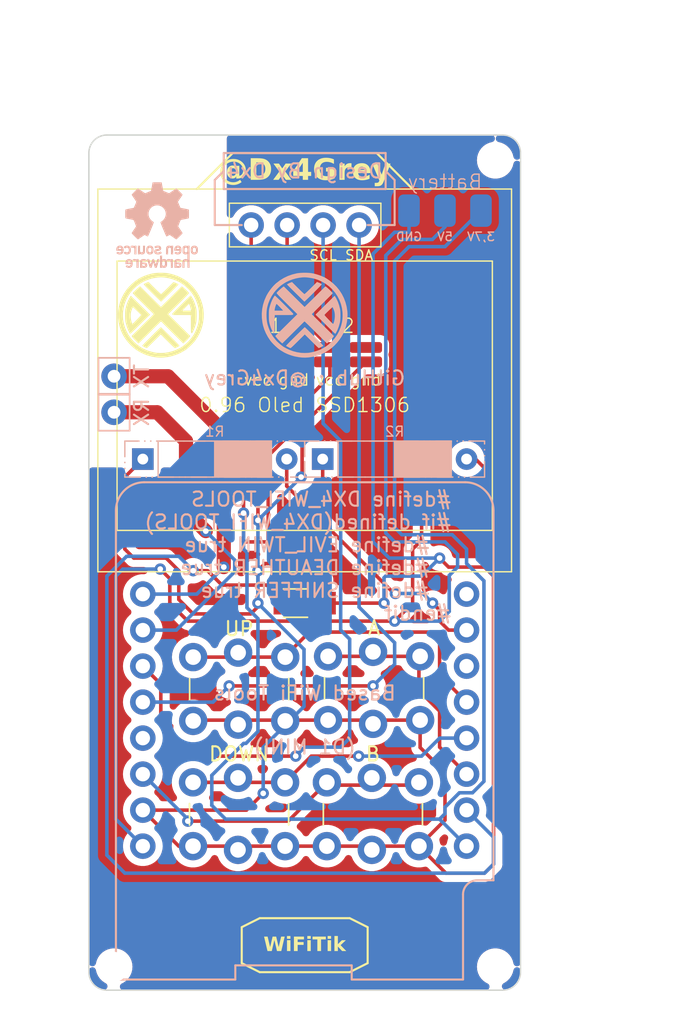
<source format=kicad_pcb>
(kicad_pcb (version 20221018) (generator pcbnew)
  (layers (0 "F.Cu" signal) (31 "B.Cu" signal) (34 "B.Paste" user) (35 "F.Paste" user) (36 "B.SilkS" user "B.Silkscreen") (37 "F.SilkS" user "F.Silkscreen") (38 "B.Mask" user) (39 "F.Mask" user) (44 "Edge.Cuts" user))
  (net 0 "")
  (net 1 "/GND")
  (net 2 "/VCC")
  (net 3 "/SCL")
  (net 4 "/SDA")
  (net 5 "/5V5")
  (net 6 "/UP")
  (net 7 "/A")
  (net 8 "/DOWN")
  (net 9 "/B")
  (net 10 "/BATLEVEL")
  (net 11 "/TX")
  (net 12 "/RX")
  (net 13 "/LED")
  (net 14 "/2")
  (net 15 "/1")
  (footprint "LED_SMD:LED_Cree-XQ_HandSoldering" (layer "F.Cu") (at 158.75 115.57)
    (fp_text reference "LED" hide)
    (fp_text value "LED_Cree-XQ_HandSoldering" hide)
    (pad "1" smd rect (at -1.3975 0) (size 1.6 1.6) (layers "F.Cu" "F.Paste" "F.Mask") (net 13 "/LED"))
    (pad "2" smd rect (at 1.3975 0) (size 1.6 1.6) (layers "F.Cu" "F.Paste" "F.Mask") (net 1 "/GND"))
  )
  (footprint "WiFiTools:oled" (layer "F.Cu") (at 158.75 93.98)
    (fp_text reference "0.96 Oled SSD1306" (at 0 7.62 unlocked) (layer "F.SilkS") (effects (font (thickness 0.1))))
    (fp_text value "oled" hide)
    (fp_text user "SCL" (at 1.3 -2.54 unlocked) (layer "F.SilkS") (effects (font (size 0.7 0.7) (thickness 0.1)) (justify bottom)))
    (fp_text user "SDA" (at 3.84 -2.54 unlocked) (layer "F.SilkS") (effects (font (size 0.7 0.7) (thickness 0.1)) (justify bottom)))
    (pad "1" thru_hole circle (at -3.78 -5.08) (size 1.8 1.8) (drill 1.016) (layers "*.Cu" "*.Mask") (net 15 "/1"))
    (pad "2" thru_hole circle (at -1.24 -5.08) (size 1.8 1.8) (drill 1.016) (layers "*.Cu" "*.Mask") (net 14 "/2"))
    (pad "3" thru_hole circle (at 1.3 -5.08) (size 1.8 1.8) (drill 1.016) (layers "*.Cu" "*.Mask") (net 3 "/SCL"))
    (pad "4" thru_hole circle (at 3.84 -5.08) (size 1.8 1.8) (drill 1.016) (layers "*.Cu" "*.Mask") (net 4 "/SDA"))
  )
  (footprint "WiFiTools:SW_PUSH_6mm" (layer "F.Cu") (at 150.865 128.215)
    (fp_text reference "DOWN" (at 3.25 -2) (layer "F.SilkS"))
    (fp_text value "SW_PUSH_6mm")
    (pad "1" thru_hole circle (at 0 0 90) (size 2 2) (drill 1.1) (layers "*.Cu" "*.Mask") (net 8 "/DOWN"))
    (pad "1" thru_hole circle (at 3.175 -0.3175 180) (size 2 2) (drill 1.1) (layers "*.Cu" "*.Mask") (net 8 "/DOWN"))
    (pad "1" thru_hole circle (at 6.5 0 90) (size 2 2) (drill 1.1) (layers "*.Cu" "*.Mask") (net 8 "/DOWN"))
    (pad "2" thru_hole circle (at 0 4.5 90) (size 2 2) (drill 1.1) (layers "*.Cu" "*.Mask") (net 1 "/GND"))
    (pad "2" thru_hole circle (at 3.175 4.7625 90) (size 2 2) (drill 1.1) (layers "*.Cu" "*.Mask") (net 1 "/GND"))
    (pad "2" thru_hole circle (at 6.5 4.5 90) (size 2 2) (drill 1.1) (layers "*.Cu" "*.Mask") (net 1 "/GND"))
  )
  (footprint "WiFiTools:OLED_CONNECTORS" (layer "F.Cu") (at 159.258 99.822)
    (fp_text reference "display socket" hide)
    (fp_text value "OLED_CONNECTORS")
    (fp_text user "2" (at 2.54 -3.81 unlocked) (layer "F.SilkS") (effects (font (thickness 0.1))))
    (fp_text user "1" (at -2.54 -3.81 unlocked) (layer "F.SilkS") (effects (font (thickness 0.1))))
    (fp_text user "vcc" (at 1.27 0 unlocked) (layer "F.SilkS") (effects (font (size 0.8 0.8) (thickness 0.1))))
    (fp_text user "gnd" (at -1.27 0 unlocked) (layer "F.SilkS") (effects (font (size 0.8 0.8) (thickness 0.1))))
    (fp_text user "gnd" (at 3.81 0 unlocked) (layer "F.SilkS") (effects (font (size 0.8 0.8) (thickness 0.1))))
    (fp_text user "vcc" (at -3.81 0 unlocked) (layer "F.SilkS") (effects (font (size 0.8 0.8) (thickness 0.1))))
    (pad "1" smd roundrect (at -3.81 -2.286) (size 2.286 0.762) (layers "F.Cu" "F.Paste" "F.Mask") (net 15 "/1"))
    (pad "1" smd roundrect (at -1.27 -2.286) (size 2.286 0.762) (layers "F.Cu" "F.Paste" "F.Mask") (net 15 "/1"))
    (pad "2" smd roundrect (at -3.81 -1.27) (size 2.286 0.762) (layers "F.Cu" "F.Paste" "F.Mask") (net 2 "/VCC"))
    (pad "2" smd roundrect (at -1.27 -1.27) (size 2.286 0.762) (layers "F.Cu" "F.Paste" "F.Mask") (net 1 "/GND"))
    (pad "2" smd roundrect (at 1.27 -2.286) (size 2.286 0.762) (layers "F.Cu" "F.Paste" "F.Mask") (net 14 "/2"))
    (pad "2" smd roundrect (at 1.27 -1.27) (size 2.286 0.762) (layers "F.Cu" "F.Paste" "F.Mask") (net 2 "/VCC"))
    (pad "2" smd roundrect (at 3.81 -2.286) (size 2.286 0.762) (layers "F.Cu" "F.Paste" "F.Mask") (net 14 "/2"))
    (pad "2" smd roundrect (at 3.81 -1.27) (size 2.286 0.762) (layers "F.Cu" "F.Paste" "F.Mask") (net 1 "/GND"))
  )
  (footprint "WiFiTools:SW_PUSH_6mm" (layer "F.Cu") (at 160.315 128.215)
    (fp_text reference "B" (at 3.25 -2) (layer "F.SilkS"))
    (fp_text value "SW_PUSH_6mm")
    (pad "1" thru_hole circle (at 0 0 90) (size 2 2) (drill 1.1) (layers "*.Cu" "*.Mask") (net 9 "/B"))
    (pad "1" thru_hole circle (at 3.175 -0.3175 180) (size 2 2) (drill 1.1) (layers "*.Cu" "*.Mask") (net 9 "/B"))
    (pad "1" thru_hole circle (at 6.5 0 90) (size 2 2) (drill 1.1) (layers "*.Cu" "*.Mask") (net 9 "/B"))
    (pad "2" thru_hole circle (at 0 4.5 90) (size 2 2) (drill 1.1) (layers "*.Cu" "*.Mask") (net 1 "/GND"))
    (pad "2" thru_hole circle (at 3.175 4.7625 90) (size 2 2) (drill 1.1) (layers "*.Cu" "*.Mask") (net 1 "/GND"))
    (pad "2" thru_hole circle (at 6.5 4.5 90) (size 2 2) (drill 1.1) (layers "*.Cu" "*.Mask") (net 1 "/GND"))
  )
  (footprint "MountingHole:MountingHole_2.1mm" (layer "F.Cu") (at 145.288 141.224)
    (fp_text reference "HOLE" hide)
    (fp_text value "MountingHole_2.1mm")
    (pad "" np_thru_hole circle (at 0 0) (size 2.1 2.1) (drill 2.1) (layers "*.Cu" "*.Mask"))
  )
  (footprint "MountingHole:MountingHole_2.1mm" (layer "F.Cu") (at 145.288 84.328)
    (fp_text reference "HOLE" hide)
    (fp_text value "MountingHole_2.1mm")
    (pad "" np_thru_hole circle (at 0 0) (size 2.1 2.1) (drill 2.1) (layers "*.Cu" "*.Mask"))
  )
  (footprint "MountingHole:MountingHole_2.1mm" (layer "F.Cu") (at 172.212 141.224)
    (fp_text reference "HOLE" hide)
    (fp_text value "MountingHole_2.1mm")
    (pad "" np_thru_hole circle (at 0 0) (size 2.1 2.1) (drill 2.1) (layers "*.Cu" "*.Mask"))
  )
  (footprint "WiFiTools:SW_PUSH_6mm" (layer "F.Cu") (at 160.401 119.325)
    (fp_text reference "A" (at 3.25 -2) (layer "F.SilkS"))
    (fp_text value "SW_PUSH_6mm")
    (pad "1" thru_hole circle (at 0 0 90) (size 2 2) (drill 1.1) (layers "*.Cu" "*.Mask") (net 7 "/A"))
    (pad "1" thru_hole circle (at 3.175 -0.3175 180) (size 2 2) (drill 1.1) (layers "*.Cu" "*.Mask") (net 7 "/A"))
    (pad "1" thru_hole circle (at 6.5 0 90) (size 2 2) (drill 1.1) (layers "*.Cu" "*.Mask") (net 7 "/A"))
    (pad "2" thru_hole circle (at 0 4.5 90) (size 2 2) (drill 1.1) (layers "*.Cu" "*.Mask") (net 1 "/GND"))
    (pad "2" thru_hole circle (at 3.175 4.7625 90) (size 2 2) (drill 1.1) (layers "*.Cu" "*.Mask") (net 1 "/GND"))
    (pad "2" thru_hole circle (at 6.5 4.5 90) (size 2 2) (drill 1.1) (layers "*.Cu" "*.Mask") (net 1 "/GND"))
  )
  (footprint "MountingHole:MountingHole_2.1mm" (layer "F.Cu") (at 172.212 84.328)
    (fp_text reference "HOLE" hide)
    (fp_text value "MountingHole_2.1mm")
    (pad "" np_thru_hole circle (at 0 0) (size 2.1 2.1) (drill 2.1) (layers "*.Cu" "*.Mask"))
  )
  (footprint "WiFiTools:logo" (layer "F.Cu") (at 148.59 95.25)
    (fp_text reference "G***" hide)
    (fp_text value "LOGO" hide)
  )
  (footprint "WiFiTools:SW_PUSH_6mm" (layer "F.Cu") (at 150.876 119.38)
    (fp_text reference "UP" (at 3.25 -2) (layer "F.SilkS"))
    (fp_text value "SW_PUSH_6mm")
    (pad "1" thru_hole circle (at 0 0 90) (size 2 2) (drill 1.1) (layers "*.Cu" "*.Mask") (net 6 "/UP"))
    (pad "1" thru_hole circle (at 3.175 -0.3175 180) (size 2 2) (drill 1.1) (layers "*.Cu" "*.Mask") (net 6 "/UP"))
    (pad "1" thru_hole circle (at 6.5 0 90) (size 2 2) (drill 1.1) (layers "*.Cu" "*.Mask") (net 6 "/UP"))
    (pad "2" thru_hole circle (at 0 4.5 90) (size 2 2) (drill 1.1) (layers "*.Cu" "*.Mask") (net 1 "/GND"))
    (pad "2" thru_hole circle (at 3.175 4.7625 90) (size 2 2) (drill 1.1) (layers "*.Cu" "*.Mask") (net 1 "/GND"))
    (pad "2" thru_hole circle (at 6.5 4.5 90) (size 2 2) (drill 1.1) (layers "*.Cu" "*.Mask") (net 1 "/GND"))
  )
  (footprint "Connector_Pin:Pin_D0.9mm_L10.0mm_W2.4mm_FlatFork" (layer "B.Cu") (at 145.288 102.108 -90)
    (fp_text reference "RX" (at 0 -1.95 -270) (layer "B.SilkS") (effects (justify mirror)))
    (fp_text value "Pin_D0.9mm_L10.0mm_W2.4mm_FlatFork" hide)
    (pad "1" thru_hole circle (at 0 0 270) (size 1.8 1.8) (drill 0.9) (layers "*.Cu" "*.Mask") (net 12 "/RX"))
  )
  (footprint "WiFiTools:Resistor" (layer "B.Cu") (at 165.1 105.41 180)
    (fp_text reference "R2" (at 0 1.94 unlocked) (layer "B.SilkS") (effects (font (size 0.7 0.7) (thickness 0.1)) (justify mirror)))
    (fp_text value "Resistor")
    (pad "1" thru_hole circle (at -5.08 0 180) (size 1.524 1.524) (drill 0.762) (layers "*.Cu" "*.Mask") (net 5 "/5V5"))
    (pad "2" thru_hole rect (at 5.08 0 180) (size 1.524 1.524) (drill 0.762) (layers "*.Cu" "*.Mask") (net 10 "/BATLEVEL"))
  )
  (footprint "Symbol:OSHW-Logo_5.7x6mm_SilkScreen" (layer "B.Cu") (at 148.336 88.9 180)
    (fp_text reference "REF**" hide)
    (fp_text value "OSHW-Logo_5.7x6mm_SilkScreen" hide)
  )
  (footprint "Connector_Pin:Pin_D0.9mm_L10.0mm_W2.4mm_FlatFork" (layer "B.Cu") (at 145.288 99.568 -90)
    (fp_text reference "TX" (at 0 -1.95 -270) (layer "B.SilkS") (effects (justify mirror)))
    (fp_text value "Pin_D0.9mm_L10.0mm_W2.4mm_FlatFork" hide)
    (pad "1" thru_hole circle (at 0 0 270) (size 1.8 1.8) (drill 0.9) (layers "*.Cu" "*.Mask") (net 11 "/TX"))
  )
  (footprint "WiFiTools:Power 5V" (layer "B.Cu") (at 167.386 86.884 180)
    (fp_text reference "Battery" (at -1.27 1.032 unlocked) (layer "B.SilkS") (effects (font (thickness 0.1)) (justify mirror)))
    (fp_text value "Power 5V")
    (fp_text user "3,7V" (at -3.81 -2.84 unlocked) (layer "B.SilkS") (effects (font (size 0.6 0.6) (thickness 0.1)) (justify mirror)))
    (fp_text user "5V" (at -1.27 -2.84 unlocked) (layer "B.SilkS") (effects (font (size 0.6 0.6) (thickness 0.1)) (justify mirror)))
    (fp_text user "GND" (at 1.27 -2.84 unlocked) (layer "B.SilkS") (effects (font (size 0.6 0.6) (thickness 0.1)) (justify mirror)))
    (pad "1" smd roundrect (at -3.81 -1 90) (size 2.286 1.524) (layers "B.Cu" "B.Paste" "B.Mask") (net 2 "/VCC"))
    (pad "1" smd roundrect (at -1.27 -1 90) (size 2.286 1.524) (layers "B.Cu" "B.Paste" "B.Mask") (net 5 "/5V5"))
    (pad "2" smd roundrect (at 1.27 -1 90) (size 2.286 1.524) (layers "B.Cu" "B.Paste" "B.Mask") (net 1 "/GND"))
  )
  (footprint "WiFiTools:logo" (layer "B.Cu") (at 158.75 95.25 180)
    (fp_text reference "G***" hide)
    (fp_text value "LOGO" hide)
  )
  (footprint "WiFiTools:wemos-d1-mini-connectors-only" (layer "B.Cu") (at 158.75 123.825 90)
    (fp_text reference "(D1 MINI)" (at -1.905 0) (layer "B.SilkS") (effects (justify mirror)))
    (fp_text value "Wemos-D1-mini" hide)
    (pad "1" thru_hole circle (at 8.89 11.43 90) (size 1.8 1.8) (drill 1.016) (layers "*.Cu" "*.Mask"))
    (pad "2" thru_hole circle (at 6.35 11.43 90) (size 1.8 1.8) (drill 1.016) (layers "*.Cu" "*.Mask") (net 10 "/BATLEVEL"))
    (pad "3" thru_hole circle (at 3.81 11.43 90) (size 1.8 1.8) (drill 1.016) (layers "*.Cu" "*.Mask"))
    (pad "4" thru_hole circle (at 1.27 11.43 90) (size 1.8 1.8) (drill 1.016) (layers "*.Cu" "*.Mask") (net 6 "/UP"))
    (pad "5" thru_hole circle (at -1.27 11.43 90) (size 1.8 1.8) (drill 1.016) (layers "*.Cu" "*.Mask") (net 8 "/DOWN"))
    (pad "6" thru_hole circle (at -3.81 11.43 90) (size 1.8 1.8) (drill 1.016) (layers "*.Cu" "*.Mask") (net 7 "/A"))
    (pad "7" thru_hole circle (at -6.35 11.43 90) (size 1.8 1.8) (drill 1.016) (layers "*.Cu" "*.Mask") (net 13 "/LED"))
    (pad "8" thru_hole circle (at -8.89 11.43 90) (size 1.8 1.8) (drill 1.016) (layers "*.Cu" "*.Mask") (net 2 "/VCC"))
    (pad "9" thru_hole circle (at -8.89 -11.43 90) (size 1.8 1.8) (drill 1.016) (layers "*.Cu" "*.Mask") (net 5 "/5V5"))
    (pad "10" thru_hole circle (at -6.35 -11.43 90) (size 1.8 1.8) (drill 1.016) (layers "*.Cu" "*.Mask") (net 1 "/GND"))
    (pad "11" thru_hole circle (at -3.81 -11.43 90) (size 1.8 1.8) (drill 1.016) (layers "*.Cu" "*.Mask") (net 9 "/B"))
    (pad "12" thru_hole circle (at -1.27 -11.43 90) (size 1.8 1.8) (drill 1.016) (layers "*.Cu" "*.Mask"))
    (pad "13" thru_hole circle (at 1.27 -11.43 90) (size 1.8 1.8) (drill 1.016) (layers "*.Cu" "*.Mask") (net 4 "/SDA"))
    (pad "14" thru_hole circle (at 3.81 -11.43 90) (size 1.8 1.8) (drill 1.016) (layers "*.Cu" "*.Mask") (net 3 "/SCL"))
    (pad "15" thru_hole circle (at 6.35 -11.43 90) (size 1.8 1.8) (drill 1.016) (layers "*.Cu" "*.Mask") (net 12 "/RX"))
    (pad "16" thru_hole circle (at 8.89 -11.43 90) (size 1.8 1.8) (drill 1.016) (layers "*.Cu" "*.Mask") (net 11 "/TX"))
  )
  (footprint "WiFiTools:Resistor" (layer "B.Cu") (at 152.4 105.41 180)
    (fp_text reference "R1" (at 0 1.94 unlocked) (layer "B.SilkS") (effects (font (size 0.7 0.7) (thickness 0.1)) (justify mirror)))
    (fp_text value "Resistor")
    (pad "1" thru_hole circle (at -5.08 0 180) (size 1.524 1.524) (drill 0.762) (layers "*.Cu" "*.Mask") (net 10 "/BATLEVEL"))
    (pad "2" thru_hole rect (at 5.08 0 180) (size 1.524 1.524) (drill 0.762) (layers "*.Cu" "*.Mask") (net 1 "/GND"))
  )
  (gr_line (start 165.1 85.725) (end 165.1 88.9) (stroke (width 0.15)) (layer "B.SilkS"))
  (gr_line (start 164.465 83.82) (end 153.035 83.82) (stroke (width 0.15)) (layer "B.SilkS"))
  (gr_line (start 164.465 86.36) (end 153.035 86.36) (stroke (width 0.15)) (layer "B.SilkS"))
  (gr_line (start 153.035 83.82) (end 153.035 85.09) (stroke (width 0.15)) (layer "B.SilkS"))
  (gr_line (start 153.035 86.36) (end 153.035 85.09) (stroke (width 0.15)) (layer "B.SilkS"))
  (gr_line (start 164.465 85.09) (end 165.1 85.725) (stroke (width 0.15)) (layer "B.SilkS"))
  (gr_line (start 165.1 88.9) (end 163.195 88.9) (stroke (width 0.15)) (layer "B.SilkS"))
  (gr_line (start 153.035 85.09) (end 152.4 85.725) (stroke (width 0.15)) (layer "B.SilkS"))
  (gr_line (start 164.465 85.09) (end 164.465 83.82) (stroke (width 0.15)) (layer "B.SilkS"))
  (gr_line (start 152.4 88.9) (end 154.305 88.9) (stroke (width 0.15)) (layer "B.SilkS"))
  (gr_line (start 152.4 85.725) (end 152.4 88.9) (stroke (width 0.15)) (layer "B.SilkS"))
  (gr_line (start 164.465 85.09) (end 164.465 86.36) (stroke (width 0.15)) (layer "B.SilkS"))
  (gr_line (start 163.195 138.43) (end 163.195 140.97) (stroke (width 0.15)) (layer "F.SilkS"))
  (gr_line (start 161.925 141.605) (end 155.575 141.605) (stroke (width 0.15)) (layer "F.SilkS"))
  (gr_line (start 151.765 85.725) (end 153.67 83.82) (stroke (width 0.15)) (layer "F.SilkS"))
  (gr_line (start 154.305 138.43) (end 155.575 137.795) (stroke (width 0.15)) (layer "F.SilkS"))
  (gr_line (start 154.305 140.97) (end 154.305 138.43) (stroke (width 0.15)) (layer "F.SilkS"))
  (gr_line (start 165.735 85.725) (end 166.37 86.36) (stroke (width 0.15)) (layer "F.SilkS"))
  (gr_line (start 161.925 137.795) (end 163.195 138.43) (stroke (width 0.15)) (layer "F.SilkS"))
  (gr_line (start 153.67 83.82) (end 163.83 83.82) (stroke (width 0.15)) (layer "F.SilkS"))
  (gr_line (start 163.195 140.97) (end 161.925 141.605) (stroke (width 0.15)) (layer "F.SilkS"))
  (gr_line (start 155.575 141.605) (end 154.305 140.97) (stroke (width 0.15)) (layer "F.SilkS"))
  (gr_line (start 151.13 86.36) (end 151.765 85.725) (stroke (width 0.15)) (layer "F.SilkS"))
  (gr_line (start 155.575 137.795) (end 161.925 137.795) (stroke (width 0.15)) (layer "F.SilkS"))
  (gr_line (start 163.83 83.82) (end 165.735 85.725) (stroke (width 0.15)) (layer "F.SilkS"))
  (gr_arc (start 144.78 142.875) (mid 143.881974 142.503026) (end 143.51 141.605) (stroke (width 0.1)) (layer "Edge.Cuts"))
  (gr_line (start 144.78 82.55) (end 172.72 82.55) (stroke (width 0.1)) (layer "Edge.Cuts"))
  (gr_line (start 173.99 85.725) (end 173.99 141.605) (stroke (width 0.1)) (layer "Edge.Cuts"))
  (gr_line (start 172.72 142.875) (end 144.78 142.875) (stroke (width 0.1)) (layer "Edge.Cuts"))
  (gr_arc (start 172.72 82.55) (mid 173.618026 82.921974) (end 173.99 83.82) (stroke (width 0.1)) (layer "Edge.Cuts"))
  (gr_line (start 143.51 83.82) (end 143.51 141.605) (stroke (width 0.1)) (layer "Edge.Cuts"))
  (gr_arc (start 173.99 141.605) (mid 173.618026 142.503026) (end 172.72 142.875) (stroke (width 0.1)) (layer "Edge.Cuts"))
  (gr_line (start 173.99 83.82) (end 173.99 85.725) (stroke (width 0.1)) (layer "Edge.Cuts"))
  (gr_arc (start 143.51 83.82) (mid 143.881974 82.921974) (end 144.78 82.55) (stroke (width 0.1)) (layer "Edge.Cuts"))
  (gr_text "#define DX4_WIFI_TOOLS\n#if defined(DX4_WIFI_TOOLS)\n  #define EVIL_TWIN true\n  #define DEAUTHER true\n  #define SNIFFER true\n#endif" (at 169.164 112.268) (layer "B.SilkS") (effects (font (size 1 1)) (justify left mirror)))
  (gr_text "GitHub : @Dx4Grey" (at 158.75 99.695) (layer "B.SilkS") (effects (font (size 1 1)) (justify mirror)))
  (gr_text "Based WiFi Tools" (at 158.75 121.92) (layer "B.SilkS") (effects (font (size 1 1)) (justify mirror)))
  (gr_text "Design By Dx4" (at 158.75 85.09) (layer "B.SilkS") (effects (font (size 1 1)) (justify mirror)))
  (gr_text "@Dx4Grey" (at 158.75 85.09) (layer "F.SilkS") (effects (font (size 1.5 1.5) (thickness 0.2) bold)))
  (gr_text "WiFiTik" (at 158.75 139.7) (layer "F.SilkS") (effects (font (size 1 1) (thickness 0.25) bold)))
  (segment (start 172.085 113.665) (end 171.45 113.03) (width 0.25) (layer "F.Cu") (net 1))
  (segment (start 150.876 116.332) (end 154.94 116.332) (width 0.25) (layer "F.Cu") (net 1))
  (segment (start 168.909998 113.03) (end 168.275 112.395002) (width 0.25) (layer "F.Cu") (net 1))
  (segment (start 149.86 113.284) (end 149.86 115.316) (width 0.25) (layer "F.Cu") (net 1))
  (segment (start 155.956 112.776) (end 159.004 112.776) (width 0.25) (layer "F.Cu") (net 1))
  (segment (start 150.865 132.715) (end 157.365 132.715) (width 0.25) (layer "F.Cu") (net 1))
  (segment (start 155.448 115.824) (end 155.448 115.57) (width 0.25) (layer "F.Cu") (net 1))
  (segment (start 157.48 101.6) (end 157.988 101.092) (width 0.25) (layer "F.Cu") (net 1))
  (segment (start 160.1475 113.9195) (end 160.1475 115.57) (width 0.25) (layer "F.Cu") (net 1))
  (segment (start 171.45 134.62) (end 172.085 133.985) (width 0.25) (layer "F.Cu") (net 1))
  (segment (start 171.45 113.03) (end 168.909998 113.03) (width 0.25) (layer "F.Cu") (net 1))
  (segment (start 157.48 103.124) (end 157.48 101.6) (width 0.25) (layer "F.Cu") (net 1))
  (segment (start 155.448 105.156) (end 157.48 103.124) (width 0.25) (layer "F.Cu") (net 1))
  (segment (start 166.901 123.825) (end 154.04 123.825) (width 0.25) (layer "F.Cu") (net 1))
  (segment (start 168.656 130.874) (end 168.656 127.508) (width 0.25) (layer "F.Cu") (net 1))
  (segment (start 158.567 103.053) (end 158.567 106.609) (width 0.25) (layer "F.Cu") (net 1))
  (segment (start 159.004 112.776) (end 160.1475 113.9195) (width 0.25) (layer "F.Cu") (net 1))
  (segment (start 166.901 125.753) (end 166.901 123.825) (width 0.25) (layer "F.Cu") (net 1))
  (segment (start 146.685 112.395) (end 148.971 112.395) (width 0.25) (layer "F.Cu") (net 1))
  (segment (start 147.32 105.41) (end 146.05 106.68) (width 0.25) (layer "F.Cu") (net 1))
  (segment (start 163.068 98.552) (end 158.567 103.053) (width 0.25) (layer "F.Cu") (net 1))
  (segment (start 166.815 132.715) (end 168.72 134.62) (width 0.25) (layer "F.Cu") (net 1))
  (segment (start 148.971 112.395) (end 149.86 113.284) (width 0.25) (layer "F.Cu") (net 1))
  (segment (start 149.86 132.715) (end 150.865 132.715) (width 0.25) (layer "F.Cu") (net 1))
  (segment (start 154.634864 130.175) (end 155.819864 128.99) (width 0.25) (layer "F.Cu") (net 1))
  (segment (start 158.567 106.609) (end 158.496 106.68) (width 0.25) (layer "F.Cu") (net 1))
  (segment (start 146.05 106.68) (end 146.05 111.76) (width 0.25) (layer "F.Cu") (net 1))
  (segment (start 147.32 130.175) (end 149.86 132.715) (width 0.25) (layer "F.Cu") (net 1))
  (segment (start 157.988 101.092) (end 157.988 98.552) (width 0.25) (layer "F.Cu") (net 1))
  (segment (start 146.05 111.76) (end 146.685 112.395) (width 0.25) (layer "F.Cu") (net 1))
  (segment (start 160.1475 115.57) (end 164.351 115.57) (width 0.25) (layer "F.Cu") (net 1))
  (segment (start 157.365 132.715) (end 160.315 132.715) (width 0.25) (layer "F.Cu") (net 1))
  (segment (start 155.448 113.284) (end 155.956 112.776) (width 0.25) (layer "F.Cu") (net 1))
  (segment (start 168.656 127.508) (end 166.901 125.753) (width 0.25) (layer "F.Cu") (net 1))
  (segment (start 166.815 132.715) (end 168.656 130.874) (width 0.25) (layer "F.Cu") (net 1))
  (segment (start 160.315 132.715) (end 164.465 132.715) (width 0.25) (layer "F.Cu") (net 1))
  (segment (start 149.86 115.316) (end 150.876 116.332) (width 0.25) (layer "F.Cu") (net 1))
  (segment (start 155.448 109.728) (end 155.448 105.156) (width 0.25) (layer "F.Cu") (net 1))
  (segment (start 164.465 132.715) (end 166.815 132.715) (width 0.25) (layer "F.Cu") (net 1))
  (segment (start 168.72 134.62) (end 171.45 134.62) (width 0.25) (layer "F.Cu") (net 1))
  (segment (start 172.085 133.985) (end 172.085 113.665) (width 0.25) (layer "F.Cu") (net 1))
  (segment (start 154.94 116.332) (end 155.448 115.824) (width 0.25) (layer "F.Cu") (net 1))
  (segment (start 150.865 123.825) (end 153.185907 123.825) (width 0.25) (layer "F.Cu") (net 1))
  (segment (start 147.32 130.175) (end 154.634864 130.175) (width 0.25) (layer "F.Cu") (net 1))
  (via (at 155.448 109.728) (size 0.8) (drill 0.4) (layers "F.Cu" "B.Cu") (net 1))
  (via (at 155.819864 128.99) (size 0.8) (drill 0.4) (layers "F.Cu" "B.Cu") (net 1))
  (via (at 164.351 115.57) (size 0.8) (drill 0.4) (layers "F.Cu" "B.Cu") (net 1))
  (via (at 155.448 113.284) (size 0.8) (drill 0.4) (layers "F.Cu" "B.Cu") (net 1))
  (via (at 158.496 106.68) (size 0.8) (drill 0.4) (layers "F.Cu" "B.Cu") (net 1))
  (via (at 155.448 115.57) (size 0.8) (drill 0.4) (layers "F.Cu" "B.Cu") (net 1))
  (via (at 168.275 112.395002) (size 0.8) (drill 0.4) (layers "F.Cu" "B.Cu") (net 1))
  (segment (start 167.005002 113.665) (end 164.465 113.665) (width 0.25) (layer "B.Cu") (net 1))
  (segment (start 163.576 90.932) (end 163.576 98.552) (width 0.25) (layer "B.Cu") (net 1))
  (segment (start 168.275 112.395002) (end 167.005002 113.665) (width 0.25) (layer "B.Cu") (net 1))
  (segment (start 164.465 113.665) (end 164.351 113.779) (width 0.25) (layer "B.Cu") (net 1))
  (segment (start 158.701 118.831167) (end 155.448 115.578167) (width 0.25) (layer "B.Cu") (net 1))
  (segment (start 166.116 87.884) (end 166.116 89.408) (width 0.25) (layer "B.Cu") (net 1))
  (segment (start 155.819864 125.740532) (end 158.701 122.859396) (width 0.25) (layer "B.Cu") (net 1))
  (segment (start 164.351 113.779) (end 164.351 115.57) (width 0.25) (layer "B.Cu") (net 1))
  (segment (start 163.576 111.252) (end 164.719 112.395) (width 0.25) (layer "B.Cu") (net 1))
  (segment (start 165.1 89.408) (end 163.576 90.932) (width 0.25) (layer "B.Cu") (net 1))
  (segment (start 155.448 115.578167) (end 155.448 109.728) (width 0.25) (layer "B.Cu") (net 1))
  (segment (start 166.116 89.408) (end 165.1 89.408) (width 0.25) (layer "B.Cu") (net 1))
  (segment (start 163.576 98.552) (end 163.576 111.252) (width 0.25) (layer "B.Cu") (net 1))
  (segment (start 164.719 112.395) (end 168.275 112.395) (width 0.25) (layer "B.Cu") (net 1))
  (segment (start 155.448 109.728) (end 158.496 106.68) (width 0.25) (layer "B.Cu") (net 1))
  (segment (start 155.819864 128.99) (end 155.819864 125.740532) (width 0.25) (layer "B.Cu") (net 1))
  (segment (start 158.701 122.859396) (end 158.701 118.831167) (width 0.25) (layer "B.Cu") (net 1))
  (segment (start 155.448 115.57) (end 155.448 113.284) (width 0.25) (layer "B.Cu") (net 1))
  (segment (start 156.173 105.179749) (end 157.988 103.364749) (width 0.25) (layer "F.Cu") (net 2))
  (segment (start 154.432 105.156) (end 155.448 104.14) (width 0.25) (layer "F.Cu") (net 2))
  (segment (start 154.432 109.22) (end 154.432 105.156) (width 0.25) (layer "F.Cu") (net 2))
  (segment (start 154.432 111.252) (end 156.173 111.252) (width 0.25) (layer "F.Cu") (net 2))
  (segment (start 156.173 111.252) (end 156.173 105.179749) (width 0.25) (layer "F.Cu") (net 2))
  (segment (start 157.988 103.364749) (end 157.988 102.108) (width 0.25) (layer "F.Cu") (net 2))
  (segment (start 160.528 99.568) (end 160.528 98.552) (width 0.25) (layer "F.Cu") (net 2))
  (segment (start 155.448 104.14) (end 155.448 98.552) (width 0.25) (layer "F.Cu") (net 2))
  (segment (start 154.432 109.22) (end 154.432 111.252) (width 0.25) (layer "F.Cu") (net 2))
  (segment (start 157.988 102.108) (end 160.528 99.568) (width 0.25) (layer "F.Cu") (net 2))
  (via (at 154.432 109.22) (size 0.8) (drill 0.4) (layers "F.Cu" "B.Cu") (net 2))
  (segment (start 170.18 111.76) (end 170.18 112.776) (width 0.25) (layer "B.Cu") (net 2))
  (segment (start 165.608 110.744) (end 169.164 110.744) (width 0.25) (layer "B.Cu") (net 2))
  (segment (start 154.599833 125.4675) (end 154.4405 125.4675) (width 0.25) (layer "B.Cu") (net 2))
  (segment (start 152.19 129.838) (end 153.162 130.81) (width 0.25) (layer "B.Cu") (net 2))
  (segment (start 168.656 130.429) (end 168.275 130.81) (width 0.25) (layer "B.Cu") (net 2))
  (segment (start 165.1 110.236) (end 165.608 110.744) (width 0.25) (layer "B.Cu") (net 2))
  (segment (start 152.19 127.718) (end 152.19 129.838) (width 0.25) (layer "B.Cu") (net 2))
  (segment (start 154.673 112.001) (end 154.673 115.891016) (width 0.25) (layer "B.Cu") (net 2))
  (segment (start 170.597412 128.95) (end 169.672588 128.95) (width 0.25) (layer "B.Cu") (net 2))
  (segment (start 171.405 128.142412) (end 170.597412 128.95) (width 0.25) (layer "B.Cu") (net 2))
  (segment (start 171.405 114.001) (end 171.405 128.142412) (width 0.25) (layer "B.Cu") (net 2))
  (segment (start 154.4405 125.4675) (end 152.19 127.718) (width 0.25) (layer "B.Cu") (net 2))
  (segment (start 155.448 124.619333) (end 154.599833 125.4675) (width 0.25) (layer "B.Cu") (net 2))
  (segment (start 171.196 87.884) (end 168.656 90.424) (width 0.25) (layer "B.Cu") (net 2))
  (segment (start 169.672588 128.95) (end 168.656 129.966588) (width 0.25) (layer "B.Cu") (net 2))
  (segment (start 168.656 129.966588) (end 168.656 130.429) (width 0.25) (layer "B.Cu") (net 2))
  (segment (start 153.162 130.81) (end 168.275 130.81) (width 0.25) (layer "B.Cu") (net 2))
  (segment (start 165.1 91.44) (end 165.1 110.236) (width 0.25) (layer "B.Cu") (net 2))
  (segment (start 166.116 90.424) (end 165.1 91.44) (width 0.25) (layer "B.Cu") (net 2))
  (segment (start 155.448 116.666016) (end 155.448 124.619333) (width 0.25) (layer "B.Cu") (net 2))
  (segment (start 154.673 115.891016) (end 155.448 116.666016) (width 0.25) (layer "B.Cu") (net 2))
  (segment (start 170.18 112.776) (end 171.405 114.001) (width 0.25) (layer "B.Cu") (net 2))
  (segment (start 169.164 110.744) (end 170.18 111.76) (width 0.25) (layer "B.Cu") (net 2))
  (segment (start 154.432 111.76) (end 154.673 112.001) (width 0.25) (layer "B.Cu") (net 2))
  (segment (start 154.432 111.76) (end 154.432 109.22) (width 0.25) (layer "B.Cu") (net 2))
  (segment (start 168.656 90.424) (end 166.116 90.424) (width 0.25) (layer "B.Cu") (net 2))
  (segment (start 168.275 130.81) (end 170.18 132.715) (width 0.25) (layer "B.Cu") (net 2))
  (segment (start 148.59 123.467833) (end 148.59 121.285) (width 0.25) (layer "F.Cu") (net 3))
  (segment (start 149.352 124.229833) (end 148.59 123.467833) (width 0.25) (layer "F.Cu") (net 3))
  (segment (start 149.733 126.365) (end 149.352 125.984) (width 0.25) (layer "F.Cu") (net 3))
  (segment (start 149.352 125.984) (end 149.352 124.229833) (width 0.25) (layer "F.Cu") (net 3))
  (segment (start 158.115 126.365) (end 149.733 126.365) (width 0.25) (layer "F.Cu") (net 3))
  (segment (start 148.59 121.285) (end 147.32 120.015) (width 0.25) (layer "F.Cu") (net 3))
  (via (at 158.115 126.365) (size 0.8) (drill 0.4) (layers "F.Cu" "B.Cu") (net 3))
  (segment (start 160.05 88.9) (end 160.05 102.9) (width 0.25) (layer "B.Cu") (net 3))
  (segment (start 161.29 117.475) (end 161.925 118.11) (width 0.25) (layer "B.Cu") (net 3))
  (segment (start 161.29 125.73) (end 158.75 125.73) (width 0.25) (layer "B.Cu") (net 3))
  (segment (start 158.75 125.73) (end 158.115 126.365) (width 0.25) (layer "B.Cu") (net 3))
  (segment (start 161.29 104.14) (end 161.29 117.475) (width 0.25) (layer "B.Cu") (net 3))
  (segment (start 161.925 125.095) (end 161.29 125.73) (width 0.25) (layer "B.Cu") (net 3))
  (segment (start 161.925 118.11) (end 161.925 125.095) (width 0.25) (layer "B.Cu") (net 3))
  (segment (start 160.05 102.9) (end 161.29 104.14) (width 0.25) (layer "B.Cu") (net 3))
  (segment (start 163.576 121.412) (end 153.416 121.412) (width 0.25) (layer "F.Cu") (net 4))
  (via (at 153.416 121.412) (size 0.8) (drill 0.4) (layers "F.Cu" "B.Cu") (net 4))
  (via (at 163.576 121.412) (size 0.8) (drill 0.4) (layers "F.Cu" "B.Cu") (net 4))
  (segment (start 147.32 122.555) (end 152.273 122.555) (width 0.25) (layer "B.Cu") (net 4))
  (segment (start 162.59 88.9) (end 162.59 115.854) (width 0.25) (layer "B.Cu") (net 4))
  (segment (start 162.59 115.854) (end 165.1 118.364) (width 0.25) (layer "B.Cu") (net 4))
  (segment (start 152.273 122.555) (end 153.416 121.412) (width 0.25) (layer "B.Cu") (net 4))
  (segment (start 165.1 119.888) (end 163.576 121.412) (width 0.25) (layer "B.Cu") (net 4))
  (segment (start 165.1 118.364) (end 165.1 119.888) (width 0.25) (layer "B.Cu") (net 4))
  (segment (start 166.37 115.569988) (end 166.37 111.76) (width 0.25) (layer "F.Cu") (net 5))
  (segment (start 167.005 108.585) (end 167.64 107.95) (width 0.25) (layer "F.Cu") (net 5))
  (segment (start 149.225 113.845008) (end 148.549992 113.17) (width 0.25) (layer "F.Cu") (net 5))
  (segment (start 165.1 116.839988) (end 150.494988 116.839988) (width 0.25) (layer "F.Cu") (net 5))
  (segment (start 149.225 115.57) (end 149.225 113.845008) (width 0.25) (layer "F.Cu") (net 5))
  (segment (start 171.45 106.045) (end 170.815 105.41) (width 0.25) (layer "F.Cu") (net 5))
  (segment (start 166.37 111.76) (end 167.005 111.125) (width 0.25) (layer "F.Cu") (net 5))
  (segment (start 170.815 105.41) (end 170.18 105.41) (width 0.25) (layer "F.Cu") (net 5))
  (segment (start 167.005 111.125) (end 167.005 108.585) (width 0.25) (layer "F.Cu") (net 5))
  (segment (start 150.494988 116.839988) (end 149.225 115.57) (width 0.25) (layer "F.Cu") (net 5))
  (segment (start 171.45 107.315) (end 171.45 106.045) (width 0.25) (layer "F.Cu") (net 5))
  (segment (start 170.815 107.95) (end 171.45 107.315) (width 0.25) (layer "F.Cu") (net 5))
  (segment (start 165.1 116.839988) (end 166.37 115.569988) (width 0.25) (layer "F.Cu") (net 5))
  (segment (start 167.64 107.95) (end 170.815 107.95) (width 0.25) (layer "F.Cu") (net 5))
  (via (at 165.1 116.839988) (size 0.8) (drill 0.4) (layers "F.Cu" "B.Cu") (net 5))
  (via (at 148.549992 113.17) (size 0.8) (drill 0.4) (layers "F.Cu" "B.Cu") (net 5))
  (segment (start 168.955 116.16) (end 168.955 113.62) (width 0.25) (layer "B.Cu") (net 5))
  (segment (start 164.476 91.048) (end 165.608 89.916) (width 0.25) (layer "B.Cu") (net 5))
  (segment (start 147.32 132.715) (end 145.415 130.81) (width 0.25) (layer "B.Cu") (net 5))
  (segment (start 145.415 130.81) (end 145.415 113.665) (width 0.25) (layer "B.Cu") (net 5))
  (segment (start 145.91 113.17) (end 148.549992 113.17) (width 0.25) (layer "B.Cu") (net 5))
  (segment (start 168.275 116.84) (end 168.955 116.16) (width 0.25) (layer "B.Cu") (net 5))
  (segment (start 168.656 111.252) (end 165.1 111.252) (width 0.25) (layer "B.Cu") (net 5))
  (segment (start 169.545 113.03) (end 169.545 112.141) (width 0.25) (layer "B.Cu") (net 5))
  (segment (start 168.656 89.027) (end 168.656 87.884) (width 0.25) (layer "B.Cu") (net 5))
  (segment (start 165.1 116.84) (end 168.275 116.84) (width 0.25) (layer "B.Cu") (net 5))
  (segment (start 169.545 112.141) (end 168.656 111.252) (width 0.25) (layer "B.Cu") (net 5))
  (segment (start 145.415 113.665) (end 145.91 113.17) (width 0.25) (layer "B.Cu") (net 5))
  (segment (start 167.767 89.916) (end 168.656 89.027) (width 0.25) (layer "B.Cu") (net 5))
  (segment (start 164.476 110.628) (end 164.476 91.048) (width 0.25) (layer "B.Cu") (net 5))
  (segment (start 165.1 111.252) (end 164.476 110.628) (width 0.25) (layer "B.Cu") (net 5))
  (segment (start 165.608 89.916) (end 167.767 89.916) (width 0.25) (layer "B.Cu") (net 5))
  (segment (start 168.955 113.62) (end 169.545 113.03) (width 0.25) (layer "B.Cu") (net 5))
  (segment (start 168.275 120.65) (end 170.18 122.555) (width 0.25) (layer "F.Cu") (net 6))
  (segment (start 167.780002 117.615002) (end 168.275 118.11) (width 0.25) (layer "F.Cu") (net 6))
  (segment (start 159.074998 117.615002) (end 167.780002 117.615002) (width 0.25) (layer "F.Cu") (net 6))
  (segment (start 150.865 119.325) (end 150.92 119.38) (width 0.25) (layer "F.Cu") (net 6))
  (segment (start 168.275 118.11) (end 168.275 120.65) (width 0.25) (layer "F.Cu") (net 6))
  (segment (start 150.92 119.38) (end 157.31 119.38) (width 0.25) (layer "F.Cu") (net 6))
  (segment (start 157.31 119.38) (end 159.074998 117.615002) (width 0.25) (layer "F.Cu") (net 6))
  (segment (start 168.275 123.19) (end 168.275 125.73) (width 0.25) (layer "F.Cu") (net 7))
  (segment (start 168.275 125.73) (end 170.18 127.635) (width 0.25) (layer "F.Cu") (net 7))
  (segment (start 166.815 121.73) (end 168.275 123.19) (width 0.25) (layer "F.Cu") (net 7))
  (segment (start 160.315 119.325) (end 166.815 119.325) (width 0.25) (layer "F.Cu") (net 7))
  (segment (start 166.815 119.325) (end 166.815 121.73) (width 0.25) (layer "F.Cu") (net 7))
  (segment (start 157.365 128.215) (end 159.215 126.365) (width 0.25) (layer "F.Cu") (net 8))
  (segment (start 150.865 128.215) (end 157.365 128.215) (width 0.25) (layer "F.Cu") (net 8))
  (segment (start 159.215 126.365) (end 160.02 126.365) (width 0.25) (layer "F.Cu") (net 8))
  (segment (start 160.02 126.365) (end 162.56 126.365) (width 0.25) (layer "F.Cu") (net 8))
  (via (at 162.56 126.365) (size 0.8) (drill 0.4) (layers "F.Cu" "B.Cu") (net 8))
  (segment (start 167.005 126.365) (end 168.275 125.095) (width 0.25) (layer "B.Cu") (net 8))
  (segment (start 162.56 126.365) (end 167.005 126.365) (width 0.25) (layer "B.Cu") (net 8))
  (segment (start 168.275 125.095) (end 170.18 125.095) (width 0.25) (layer "B.Cu") (net 8))
  (segment (start 157.58 130.95) (end 150.495 130.95) (width 0.25) (layer "F.Cu") (net 9))
  (segment (start 166.62 128.41) (end 166.815 128.215) (width 0.25) (layer "F.Cu") (net 9))
  (segment (start 160.315 128.215) (end 160.51 128.41) (width 0.25) (layer "F.Cu") (net 9))
  (segment (start 160.315 128.215) (end 157.58 130.95) (width 0.25) (layer "F.Cu") (net 9))
  (segment (start 160.51 128.41) (end 166.62 128.41) (width 0.25) (layer "F.Cu") (net 9))
  (via (at 150.495 130.95) (size 0.8) (drill 0.4) (layers "F.Cu" "B.Cu") (net 9))
  (segment (start 150.495 130.81) (end 150.495 130.95) (width 0.25) (layer "B.Cu") (net 9))
  (segment (start 147.32 127.635) (end 150.495 130.81) (width 0.25) (layer "B.Cu") (net 9))
  (segment (start 168.275 116.065) (end 168.275 116.84) (width 0.25) (layer "F.Cu") (net 10))
  (segment (start 160.02 107.315) (end 160.02 105.41) (width 0.25) (layer "F.Cu") (net 10))
  (segment (start 157.48 105.41) (end 157.48 107.315) (width 0.25) (layer "F.Cu") (net 10))
  (segment (start 168.91 117.475) (end 170.18 117.475) (width 0.25) (layer "F.Cu") (net 10))
  (segment (start 165.055993 114.890993) (end 165.151908 114.890993) (width 0.25) (layer "F.Cu") (net 10))
  (segment (start 160.02 107.315) (end 160.02 109.855) (width 0.25) (layer "F.Cu") (net 10))
  (segment (start 159.385 107.95) (end 160.02 107.315) (width 0.25) (layer "F.Cu") (net 10))
  (segment (start 167.78 115.57) (end 168.275 116.065) (width 0.25) (layer "F.Cu") (net 10))
  (segment (start 160.02 109.855) (end 165.055993 114.890993) (width 0.25) (layer "F.Cu") (net 10))
  (segment (start 168.275 116.84) (end 168.91 117.475) (width 0.25) (layer "F.Cu") (net 10))
  (segment (start 157.48 107.315) (end 158.115 107.95) (width 0.25) (layer "F.Cu") (net 10))
  (segment (start 158.115 107.95) (end 159.385 107.95) (width 0.25) (layer "F.Cu") (net 10))
  (via (at 167.78 115.57) (size 0.8) (drill 0.4) (layers "F.Cu" "B.Cu") (net 10))
  (via (at 165.151908 114.890993) (size 0.8) (drill 0.4) (layers "F.Cu" "B.Cu") (net 10))
  (segment (start 167.78 115.57) (end 167.100993 114.890993) (width 0.25) (layer "B.Cu") (net 10))
  (segment (start 167.100993 114.890993) (end 165.151908 114.890993) (width 0.25) (layer "B.Cu") (net 10))
  (segment (start 153.035 103.505) (end 153.035 113.03) (width 1) (layer "F.Cu") (net 11))
  (segment (start 145.288 99.568) (end 149.098 99.568) (width 1) (layer "F.Cu") (net 11))
  (segment (start 149.098 99.568) (end 153.035 103.505) (width 1) (layer "F.Cu") (net 11))
  (via (at 153.035 113.03) (size 0.8) (drill 0.4) (layers "F.Cu" "B.Cu") (net 11))
  (segment (start 147.32 114.935) (end 151.13 114.935) (width 0.25) (layer "B.Cu") (net 11))
  (segment (start 151.13 114.935) (end 153.035 113.03) (width 0.25) (layer "B.Cu") (net 11))
  (segment (start 148.336 102.108) (end 145.288 102.108) (width 1) (layer "F.Cu") (net 12))
  (segment (start 151.765 110.49) (end 150.368 109.093) (width 1) (layer "F.Cu") (net 12))
  (segment (start 150.368 104.14) (end 148.336 102.108) (width 1) (layer "F.Cu") (net 12))
  (segment (start 150.368 109.093) (end 150.368 104.14) (width 1) (layer "F.Cu") (net 12))
  (via (at 151.765 110.49) (size 0.8) (drill 0.4) (layers "F.Cu" "B.Cu") (net 12))
  (segment (start 149.686016 117.475) (end 147.32 117.475) (width 0.25) (layer "B.Cu") (net 12))
  (segment (start 153.81 113.351016) (end 149.686016 117.475) (width 0.25) (layer "B.Cu") (net 12))
  (segment (start 153.81 112.535) (end 151.765 110.49) (width 0.25) (layer "B.Cu") (net 12))
  (segment (start 153.81 113.351016) (end 153.81 112.535) (width 0.25) (layer "B.Cu") (net 12))
  (segment (start 151.892 113.284) (end 150.876 113.284) (width 0.25) (layer "F.Cu") (net 13))
  (segment (start 156.0825 114.3) (end 152.908 114.3) (width 0.25) (layer "F.Cu") (net 13))
  (segment (start 157.3525 115.57) (end 156.0825 114.3) (width 0.25) (layer "F.Cu") (net 13))
  (segment (start 152.908 114.3) (end 151.892 113.284) (width 0.25) (layer "F.Cu") (net 13))
  (via (at 150.876 113.284) (size 0.8) (drill 0.4) (layers "F.Cu" "B.Cu") (net 13))
  (segment (start 149.86 112.268) (end 150.876 113.284) (width 0.25) (layer "B.Cu") (net 13))
  (segment (start 148.844 112.268) (end 149.86 112.268) (width 0.25) (layer "B.Cu") (net 13))
  (segment (start 144.78 133.35) (end 146.05 134.62) (width 0.25) (layer "B.Cu") (net 13))
  (segment (start 171.45 134.62) (end 172.085 133.985) (width 0.25) (layer "B.Cu") (net 13))
  (segment (start 144.78 113.665) (end 144.78 133.35) (width 0.25) (layer "B.Cu") (net 13))
  (segment (start 146.177 112.268) (end 144.78 113.665) (width 0.25) (layer "B.Cu") (net 13))
  (segment (start 172.085 133.985) (end 172.085 132.08) (width 0.25) (layer "B.Cu") (net 13))
  (segment (start 172.085 132.08) (end 170.18 130.175) (width 0.25) (layer "B.Cu") (net 13))
  (segment (start 146.05 134.62) (end 171.45 134.62) (width 0.25) (layer "B.Cu") (net 13))
  (segment (start 148.844 112.268) (end 146.177 112.268) (width 0.25) (layer "B.Cu") (net 13))
  (segment (start 158.496 91.44) (end 158.496 95.504) (width 0.25) (layer "F.Cu") (net 14))
  (segment (start 157.51 88.9) (end 157.51 90.454) (width 0.25) (layer "F.Cu") (net 14))
  (segment (start 160.528 97.536) (end 163.068 97.536) (width 0.25) (layer "F.Cu") (net 14))
  (segment (start 157.51 90.454) (end 158.496 91.44) (width 0.25) (layer "F.Cu") (net 14))
  (segment (start 158.496 95.504) (end 160.528 97.536) (width 0.25) (layer "F.Cu") (net 14))
  (segment (start 157.988 91.948) (end 157.988 97.536) (width 0.25) (layer "F.Cu") (net 15))
  (segment (start 154.97 90.454) (end 155.956 91.44) (width 0.25) (layer "F.Cu") (net 15))
  (segment (start 157.988 97.536) (end 155.448 97.536) (width 0.25) (layer "F.Cu") (net 15))
  (segment (start 155.956 91.44) (end 157.48 91.44) (width 0.25) (layer "F.Cu") (net 15))
  (segment (start 154.97 88.9) (end 154.97 90.454) (width 0.25) (layer "F.Cu") (net 15))
  (segment (start 157.48 91.44) (end 157.988 91.948) (width 0.25) (layer "F.Cu") (net 15))
  (zone (net 0) (net_name "") (layers "F&B.Cu") (name "Gone") (connect_pads (clearance 0)) (min_thickness 0.25)
    (keepout (tracks allowed) (vias allowed) (pads allowed) (copperpour not_allowed) (footprints allowed))
    (fill (thermal_gap 0.5) (thermal_bridge_width 0.5))
    (polygon (pts (xy 143.5 80) (xy 153.25 80) (xy 153.25 102) (xy 149.25 106) (xy 143.5 106)))
  )
  (zone (net 0) (net_name "") (layers "F&B.Cu") (connect_pads yes (clearance 0.5)) (min_thickness 0.5) (fill yes (thermal_gap 0.5) (thermal_bridge_width 0.5) (smoothing fillet) (radius 0.1) (island_removal_mode 1) (island_area_min 10))
    (polygon (pts (xy 143.51 73.025) (xy 173.99 73.025) (xy 173.99 143.51) (xy 143.51 143.51)))
  )
)
</source>
